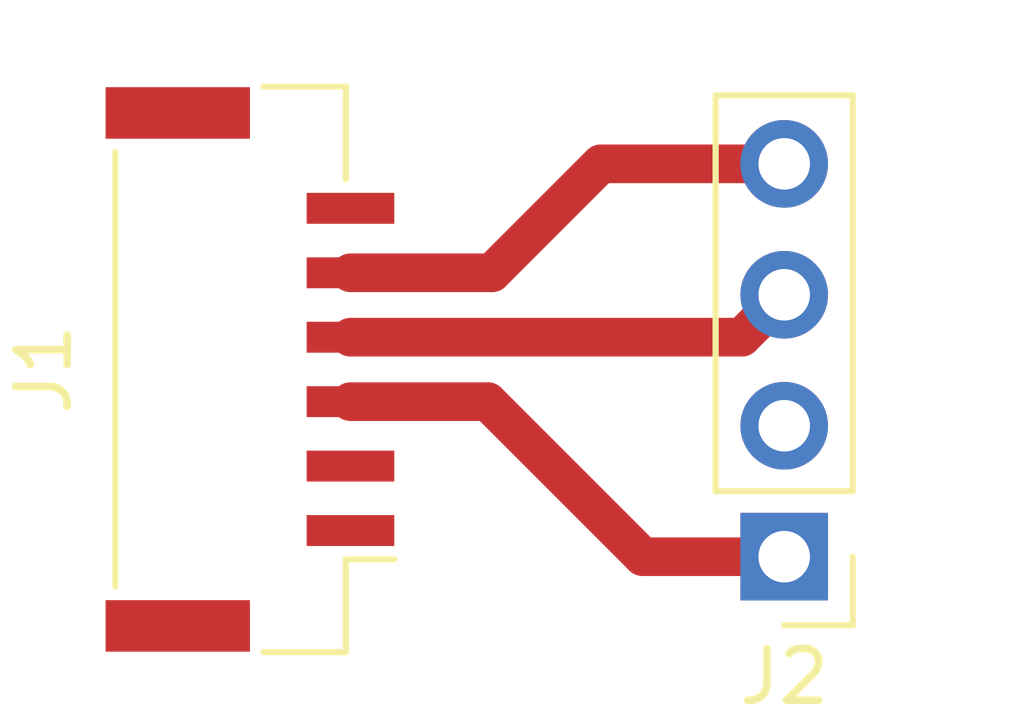
<source format=kicad_pcb>
(kicad_pcb (version 20171130) (host pcbnew "(5.0.0)")

  (general
    (thickness 1.6)
    (drawings 0)
    (tracks 8)
    (zones 0)
    (modules 2)
    (nets 8)
  )

  (page A4)
  (layers
    (0 F.Cu signal)
    (31 B.Cu signal)
    (32 B.Adhes user)
    (33 F.Adhes user)
    (34 B.Paste user)
    (35 F.Paste user)
    (36 B.SilkS user)
    (37 F.SilkS user)
    (38 B.Mask user)
    (39 F.Mask user)
    (40 Dwgs.User user)
    (41 Cmts.User user)
    (42 Eco1.User user)
    (43 Eco2.User user)
    (44 Edge.Cuts user)
    (45 Margin user)
    (46 B.CrtYd user)
    (47 F.CrtYd user)
    (48 B.Fab user)
    (49 F.Fab user)
  )

  (setup
    (last_trace_width 0.25)
    (trace_clearance 0.2)
    (zone_clearance 0.508)
    (zone_45_only no)
    (trace_min 0.2)
    (segment_width 0.2)
    (edge_width 0.1)
    (via_size 0.8)
    (via_drill 0.4)
    (via_min_size 0.4)
    (via_min_drill 0.3)
    (uvia_size 0.3)
    (uvia_drill 0.1)
    (uvias_allowed no)
    (uvia_min_size 0.2)
    (uvia_min_drill 0.1)
    (pcb_text_width 0.3)
    (pcb_text_size 1.5 1.5)
    (mod_edge_width 0.15)
    (mod_text_size 1 1)
    (mod_text_width 0.15)
    (pad_size 1.5 1.5)
    (pad_drill 0.6)
    (pad_to_mask_clearance 0)
    (aux_axis_origin 0 0)
    (visible_elements FFFFFF7F)
    (pcbplotparams
      (layerselection 0x00000_7fffffff)
      (usegerberextensions false)
      (usegerberattributes false)
      (usegerberadvancedattributes false)
      (creategerberjobfile false)
      (excludeedgelayer true)
      (linewidth 0.100000)
      (plotframeref false)
      (viasonmask false)
      (mode 1)
      (useauxorigin false)
      (hpglpennumber 1)
      (hpglpenspeed 20)
      (hpglpendiameter 15.000000)
      (psnegative false)
      (psa4output false)
      (plotreference true)
      (plotvalue true)
      (plotinvisibletext false)
      (padsonsilk false)
      (subtractmaskfromsilk false)
      (outputformat 5)
      (mirror false)
      (drillshape 0)
      (scaleselection 1)
      (outputdirectory "./"))
  )

  (net 0 "")
  (net 1 "Net-(J1-Pad1)")
  (net 2 "Net-(J1-Pad2)")
  (net 3 "Net-(J1-Pad3)")
  (net 4 "Net-(J1-Pad4)")
  (net 5 "Net-(J1-Pad5)")
  (net 6 "Net-(J1-Pad6)")
  (net 7 "Net-(J2-Pad2)")

  (net_class Default "This is the default net class."
    (clearance 0.2)
    (trace_width 0.25)
    (via_dia 0.8)
    (via_drill 0.4)
    (uvia_dia 0.3)
    (uvia_drill 0.1)
    (add_net "Net-(J1-Pad1)")
    (add_net "Net-(J1-Pad2)")
    (add_net "Net-(J1-Pad3)")
    (add_net "Net-(J1-Pad4)")
    (add_net "Net-(J1-Pad5)")
    (add_net "Net-(J1-Pad6)")
    (add_net "Net-(J2-Pad2)")
  )

  (module Connector_JST:JST_GH_BM06B-GHS-TBT_1x06-1MP_P1.25mm_Vertical (layer F.Cu) (tedit 5AA47DC8) (tstamp 5C2992B6)
    (at 146.05 99.3902 90)
    (descr "JST GH series connector, BM06B-GHS-TBT (http://www.jst-mfg.com/product/pdf/eng/eGH.pdf), generated with kicad-footprint-generator")
    (tags "connector JST GH side entry")
    (path /5C298C96)
    (attr smd)
    (fp_text reference J1 (at 0 -4 90) (layer F.SilkS)
      (effects (font (size 1 1) (thickness 0.15)))
    )
    (fp_text value Conn_01x06_Male (at 0 4 90) (layer F.Fab)
      (effects (font (size 1 1) (thickness 0.15)))
    )
    (fp_line (start -5.375 1.75) (end 5.375 1.75) (layer F.Fab) (width 0.1))
    (fp_line (start -5.485 0.26) (end -5.485 1.86) (layer F.SilkS) (width 0.12))
    (fp_line (start -5.485 1.86) (end -3.685 1.86) (layer F.SilkS) (width 0.12))
    (fp_line (start -3.685 1.86) (end -3.685 2.8) (layer F.SilkS) (width 0.12))
    (fp_line (start 5.485 0.26) (end 5.485 1.86) (layer F.SilkS) (width 0.12))
    (fp_line (start 5.485 1.86) (end 3.685 1.86) (layer F.SilkS) (width 0.12))
    (fp_line (start -4.215 -2.61) (end 4.215 -2.61) (layer F.SilkS) (width 0.12))
    (fp_line (start -5.375 -2.5) (end 5.375 -2.5) (layer F.Fab) (width 0.1))
    (fp_line (start -5.375 1.75) (end -5.375 -2.5) (layer F.Fab) (width 0.1))
    (fp_line (start 5.375 1.75) (end 5.375 -2.5) (layer F.Fab) (width 0.1))
    (fp_line (start -3.375 -0.5) (end -3.375 0) (layer F.Fab) (width 0.1))
    (fp_line (start -3.375 0) (end -2.875 0) (layer F.Fab) (width 0.1))
    (fp_line (start -2.875 0) (end -2.875 -0.5) (layer F.Fab) (width 0.1))
    (fp_line (start -2.875 -0.5) (end -3.375 -0.5) (layer F.Fab) (width 0.1))
    (fp_line (start -2.125 -0.5) (end -2.125 0) (layer F.Fab) (width 0.1))
    (fp_line (start -2.125 0) (end -1.625 0) (layer F.Fab) (width 0.1))
    (fp_line (start -1.625 0) (end -1.625 -0.5) (layer F.Fab) (width 0.1))
    (fp_line (start -1.625 -0.5) (end -2.125 -0.5) (layer F.Fab) (width 0.1))
    (fp_line (start -0.875 -0.5) (end -0.875 0) (layer F.Fab) (width 0.1))
    (fp_line (start -0.875 0) (end -0.375 0) (layer F.Fab) (width 0.1))
    (fp_line (start -0.375 0) (end -0.375 -0.5) (layer F.Fab) (width 0.1))
    (fp_line (start -0.375 -0.5) (end -0.875 -0.5) (layer F.Fab) (width 0.1))
    (fp_line (start 0.375 -0.5) (end 0.375 0) (layer F.Fab) (width 0.1))
    (fp_line (start 0.375 0) (end 0.875 0) (layer F.Fab) (width 0.1))
    (fp_line (start 0.875 0) (end 0.875 -0.5) (layer F.Fab) (width 0.1))
    (fp_line (start 0.875 -0.5) (end 0.375 -0.5) (layer F.Fab) (width 0.1))
    (fp_line (start 1.625 -0.5) (end 1.625 0) (layer F.Fab) (width 0.1))
    (fp_line (start 1.625 0) (end 2.125 0) (layer F.Fab) (width 0.1))
    (fp_line (start 2.125 0) (end 2.125 -0.5) (layer F.Fab) (width 0.1))
    (fp_line (start 2.125 -0.5) (end 1.625 -0.5) (layer F.Fab) (width 0.1))
    (fp_line (start 2.875 -0.5) (end 2.875 0) (layer F.Fab) (width 0.1))
    (fp_line (start 2.875 0) (end 3.375 0) (layer F.Fab) (width 0.1))
    (fp_line (start 3.375 0) (end 3.375 -0.5) (layer F.Fab) (width 0.1))
    (fp_line (start 3.375 -0.5) (end 2.875 -0.5) (layer F.Fab) (width 0.1))
    (fp_line (start -5.98 -3.3) (end -5.98 3.3) (layer F.CrtYd) (width 0.05))
    (fp_line (start -5.98 3.3) (end 5.98 3.3) (layer F.CrtYd) (width 0.05))
    (fp_line (start 5.98 3.3) (end 5.98 -3.3) (layer F.CrtYd) (width 0.05))
    (fp_line (start 5.98 -3.3) (end -5.98 -3.3) (layer F.CrtYd) (width 0.05))
    (fp_line (start -3.625 1.75) (end -3.125 1.042893) (layer F.Fab) (width 0.1))
    (fp_line (start -3.125 1.042893) (end -2.625 1.75) (layer F.Fab) (width 0.1))
    (fp_text user %R (at 0 -1.5 90) (layer F.Fab)
      (effects (font (size 1 1) (thickness 0.15)))
    )
    (pad 1 smd rect (at -3.125 1.95 90) (size 0.6 1.7) (layers F.Cu F.Paste F.Mask)
      (net 1 "Net-(J1-Pad1)"))
    (pad 2 smd rect (at -1.875 1.95 90) (size 0.6 1.7) (layers F.Cu F.Paste F.Mask)
      (net 2 "Net-(J1-Pad2)"))
    (pad 3 smd rect (at -0.625 1.95 90) (size 0.6 1.7) (layers F.Cu F.Paste F.Mask)
      (net 3 "Net-(J1-Pad3)"))
    (pad 4 smd rect (at 0.625 1.95 90) (size 0.6 1.7) (layers F.Cu F.Paste F.Mask)
      (net 4 "Net-(J1-Pad4)"))
    (pad 5 smd rect (at 1.875 1.95 90) (size 0.6 1.7) (layers F.Cu F.Paste F.Mask)
      (net 5 "Net-(J1-Pad5)"))
    (pad 6 smd rect (at 3.125 1.95 90) (size 0.6 1.7) (layers F.Cu F.Paste F.Mask)
      (net 6 "Net-(J1-Pad6)"))
    (pad MP smd rect (at -4.975 -1.4 90) (size 1 2.8) (layers F.Cu F.Paste F.Mask))
    (pad MP smd rect (at 4.975 -1.4 90) (size 1 2.8) (layers F.Cu F.Paste F.Mask))
    (model ${KISYS3DMOD}/Connector_JST.3dshapes/JST_GH_BM06B-GHS-TBT_1x06-1MP_P1.25mm_Vertical.wrl
      (at (xyz 0 0 0))
      (scale (xyz 1 1 1))
      (rotate (xyz 0 0 0))
    )
  )

  (module Connector_PinHeader_2.54mm:PinHeader_1x04_P2.54mm_Vertical (layer F.Cu) (tedit 59FED5CC) (tstamp 5C2992CE)
    (at 156.4132 103.0224 180)
    (descr "Through hole straight pin header, 1x04, 2.54mm pitch, single row")
    (tags "Through hole pin header THT 1x04 2.54mm single row")
    (path /5C298E5E)
    (fp_text reference J2 (at 0 -2.33 180) (layer F.SilkS)
      (effects (font (size 1 1) (thickness 0.15)))
    )
    (fp_text value Conn_01x04 (at 0 9.95 180) (layer F.Fab)
      (effects (font (size 1 1) (thickness 0.15)))
    )
    (fp_line (start -0.635 -1.27) (end 1.27 -1.27) (layer F.Fab) (width 0.1))
    (fp_line (start 1.27 -1.27) (end 1.27 8.89) (layer F.Fab) (width 0.1))
    (fp_line (start 1.27 8.89) (end -1.27 8.89) (layer F.Fab) (width 0.1))
    (fp_line (start -1.27 8.89) (end -1.27 -0.635) (layer F.Fab) (width 0.1))
    (fp_line (start -1.27 -0.635) (end -0.635 -1.27) (layer F.Fab) (width 0.1))
    (fp_line (start -1.33 8.95) (end 1.33 8.95) (layer F.SilkS) (width 0.12))
    (fp_line (start -1.33 1.27) (end -1.33 8.95) (layer F.SilkS) (width 0.12))
    (fp_line (start 1.33 1.27) (end 1.33 8.95) (layer F.SilkS) (width 0.12))
    (fp_line (start -1.33 1.27) (end 1.33 1.27) (layer F.SilkS) (width 0.12))
    (fp_line (start -1.33 0) (end -1.33 -1.33) (layer F.SilkS) (width 0.12))
    (fp_line (start -1.33 -1.33) (end 0 -1.33) (layer F.SilkS) (width 0.12))
    (fp_line (start -1.8 -1.8) (end -1.8 9.4) (layer F.CrtYd) (width 0.05))
    (fp_line (start -1.8 9.4) (end 1.8 9.4) (layer F.CrtYd) (width 0.05))
    (fp_line (start 1.8 9.4) (end 1.8 -1.8) (layer F.CrtYd) (width 0.05))
    (fp_line (start 1.8 -1.8) (end -1.8 -1.8) (layer F.CrtYd) (width 0.05))
    (fp_text user %R (at 0 3.81) (layer F.Fab)
      (effects (font (size 1 1) (thickness 0.15)))
    )
    (pad 1 thru_hole rect (at 0 0 180) (size 1.7 1.7) (drill 1) (layers *.Cu *.Mask)
      (net 3 "Net-(J1-Pad3)"))
    (pad 2 thru_hole oval (at 0 2.54 180) (size 1.7 1.7) (drill 1) (layers *.Cu *.Mask)
      (net 7 "Net-(J2-Pad2)"))
    (pad 3 thru_hole oval (at 0 5.08 180) (size 1.7 1.7) (drill 1) (layers *.Cu *.Mask)
      (net 4 "Net-(J1-Pad4)"))
    (pad 4 thru_hole oval (at 0 7.62 180) (size 1.7 1.7) (drill 1) (layers *.Cu *.Mask)
      (net 5 "Net-(J1-Pad5)"))
    (model ${KISYS3DMOD}/Connector_PinHeader_2.54mm.3dshapes/PinHeader_1x04_P2.54mm_Vertical.wrl
      (at (xyz 0 0 0))
      (scale (xyz 1 1 1))
      (rotate (xyz 0 0 0))
    )
  )

  (segment (start 148 100.0152) (end 150.6628 100.0152) (width 0.75) (layer F.Cu) (net 3))
  (segment (start 153.67 103.0224) (end 156.4132 103.0224) (width 0.75) (layer F.Cu) (net 3))
  (segment (start 150.6628 100.0152) (end 153.67 103.0224) (width 0.75) (layer F.Cu) (net 3))
  (segment (start 155.5904 98.7652) (end 156.4132 97.9424) (width 0.75) (layer F.Cu) (net 4))
  (segment (start 148 98.7652) (end 155.5904 98.7652) (width 0.75) (layer F.Cu) (net 4))
  (segment (start 148 97.5152) (end 150.7444 97.5152) (width 0.75) (layer F.Cu) (net 5))
  (segment (start 152.8572 95.4024) (end 156.4132 95.4024) (width 0.75) (layer F.Cu) (net 5))
  (segment (start 150.7444 97.5152) (end 152.8572 95.4024) (width 0.75) (layer F.Cu) (net 5))

)

</source>
